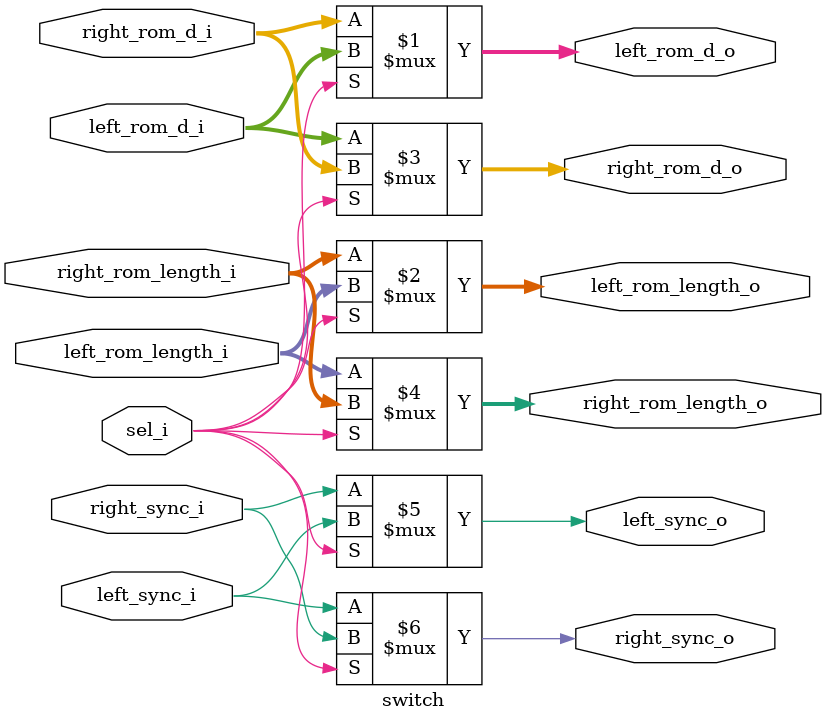
<source format=v>

`timescale 1ns/1ns
//synopsys_translate_on

module switch(
				sel_i,
				left_rom_d_i,
				left_rom_length_i,
				right_rom_d_i,
				right_rom_length_i,
				left_rom_d_o,
				left_rom_length_o,
				right_rom_d_o,
				right_rom_length_o,
				left_sync_i,
				right_sync_i,
				left_sync_o,
				right_sync_o
);

// ********************************************
//
//    INPUT / OUTPUT DECLARATION
//
// ********************************************
input			sel_i;
input [8:0]		left_rom_d_i;
input [9:0]		left_rom_length_i;
input [8:0]		right_rom_d_i;
input [9:0]		right_rom_length_i;
output [8:0]	left_rom_d_o;
output [9:0]	left_rom_length_o;
output [8:0]	right_rom_d_o;
output [9:0]	right_rom_length_o;

input			left_sync_i;
input			right_sync_i;
output			left_sync_o;
output			right_sync_o;



// *******************************************
//
//    Combinational Logic
//
// ********************************************
// 左右互换
// 6 outputs switch from 6 inputs by sel_i
assign left_rom_d_o 		= sel_i? left_rom_d_i		:right_rom_d_i;
assign left_rom_length_o 	= sel_i? left_rom_length_i	:right_rom_length_i;
assign right_rom_d_o 		= sel_i? right_rom_d_i		:left_rom_d_i;
assign right_rom_length_o 	= sel_i? right_rom_length_i	:left_rom_length_i;

assign left_sync_o			= sel_i? left_sync_i		:right_sync_i;
assign right_sync_o			= sel_i? right_sync_i		:left_sync_i;



endmodule



</source>
